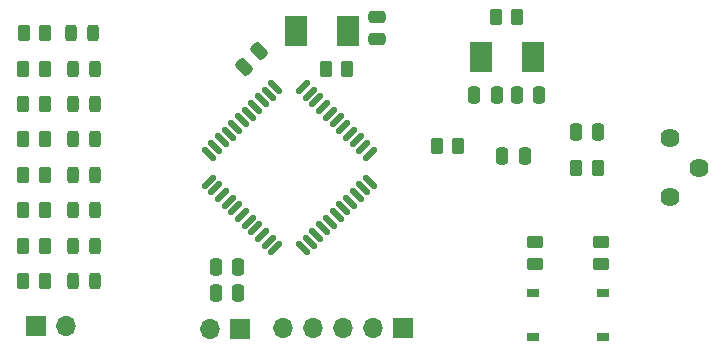
<source format=gbr>
%TF.GenerationSoftware,KiCad,Pcbnew,7.0.9*%
%TF.CreationDate,2023-11-22T23:33:49+00:00*%
%TF.ProjectId,signal_board,7369676e-616c-45f6-926f-6172642e6b69,rev?*%
%TF.SameCoordinates,Original*%
%TF.FileFunction,Soldermask,Top*%
%TF.FilePolarity,Negative*%
%FSLAX46Y46*%
G04 Gerber Fmt 4.6, Leading zero omitted, Abs format (unit mm)*
G04 Created by KiCad (PCBNEW 7.0.9) date 2023-11-22 23:33:49*
%MOMM*%
%LPD*%
G01*
G04 APERTURE LIST*
G04 Aperture macros list*
%AMRoundRect*
0 Rectangle with rounded corners*
0 $1 Rounding radius*
0 $2 $3 $4 $5 $6 $7 $8 $9 X,Y pos of 4 corners*
0 Add a 4 corners polygon primitive as box body*
4,1,4,$2,$3,$4,$5,$6,$7,$8,$9,$2,$3,0*
0 Add four circle primitives for the rounded corners*
1,1,$1+$1,$2,$3*
1,1,$1+$1,$4,$5*
1,1,$1+$1,$6,$7*
1,1,$1+$1,$8,$9*
0 Add four rect primitives between the rounded corners*
20,1,$1+$1,$2,$3,$4,$5,0*
20,1,$1+$1,$4,$5,$6,$7,0*
20,1,$1+$1,$6,$7,$8,$9,0*
20,1,$1+$1,$8,$9,$2,$3,0*%
G04 Aperture macros list end*
%ADD10R,1.900000X2.500000*%
%ADD11R,1.000000X0.750000*%
%ADD12C,1.620000*%
%ADD13RoundRect,0.250000X0.262500X0.450000X-0.262500X0.450000X-0.262500X-0.450000X0.262500X-0.450000X0*%
%ADD14RoundRect,0.250000X-0.262500X-0.450000X0.262500X-0.450000X0.262500X0.450000X-0.262500X0.450000X0*%
%ADD15RoundRect,0.250000X-0.450000X0.262500X-0.450000X-0.262500X0.450000X-0.262500X0.450000X0.262500X0*%
%ADD16R,1.700000X1.700000*%
%ADD17O,1.700000X1.700000*%
%ADD18RoundRect,0.243750X-0.243750X-0.456250X0.243750X-0.456250X0.243750X0.456250X-0.243750X0.456250X0*%
%ADD19RoundRect,0.137500X0.327037X-0.521491X0.521491X-0.327037X-0.327037X0.521491X-0.521491X0.327037X0*%
%ADD20RoundRect,0.137500X-0.327037X-0.521491X0.521491X0.327037X0.327037X0.521491X-0.521491X-0.327037X0*%
%ADD21RoundRect,0.250000X-0.159099X0.512652X-0.512652X0.159099X0.159099X-0.512652X0.512652X-0.159099X0*%
%ADD22RoundRect,0.250000X0.475000X-0.250000X0.475000X0.250000X-0.475000X0.250000X-0.475000X-0.250000X0*%
%ADD23RoundRect,0.250000X-0.250000X-0.475000X0.250000X-0.475000X0.250000X0.475000X-0.250000X0.475000X0*%
%ADD24RoundRect,0.250000X0.250000X0.475000X-0.250000X0.475000X-0.250000X-0.475000X0.250000X-0.475000X0*%
G04 APERTURE END LIST*
D10*
%TO.C,Y2*%
X79400000Y-57600000D03*
X83800000Y-57600000D03*
%TD*%
%TO.C,Y1*%
X99400000Y-59800000D03*
X95000000Y-59800000D03*
%TD*%
D11*
%TO.C,SW1*%
X99400000Y-79800000D03*
X105400000Y-79800000D03*
X99400000Y-83550000D03*
X105400000Y-83550000D03*
%TD*%
D12*
%TO.C,RV1*%
X111000000Y-66700000D03*
X113500000Y-69200000D03*
X111000000Y-71700000D03*
%TD*%
D13*
%TO.C,R14*%
X83712500Y-60800000D03*
X81887500Y-60800000D03*
%TD*%
D14*
%TO.C,R13*%
X91287500Y-67400000D03*
X93112500Y-67400000D03*
%TD*%
D13*
%TO.C,R12*%
X98112500Y-56400000D03*
X96287500Y-56400000D03*
%TD*%
D15*
%TO.C,R11*%
X99600000Y-77312500D03*
X99600000Y-75487500D03*
%TD*%
%TO.C,R10*%
X105200000Y-75487500D03*
X105200000Y-77312500D03*
%TD*%
D14*
%TO.C,R9*%
X103087500Y-69200000D03*
X104912500Y-69200000D03*
%TD*%
D13*
%TO.C,R8*%
X56287500Y-78800000D03*
X58112500Y-78800000D03*
%TD*%
%TO.C,R7*%
X58112500Y-75800000D03*
X56287500Y-75800000D03*
%TD*%
%TO.C,R6*%
X56287500Y-72800000D03*
X58112500Y-72800000D03*
%TD*%
%TO.C,R5*%
X58112500Y-69800000D03*
X56287500Y-69800000D03*
%TD*%
%TO.C,R4*%
X58112500Y-66800000D03*
X56287500Y-66800000D03*
%TD*%
%TO.C,R3*%
X58112500Y-63800000D03*
X56287500Y-63800000D03*
%TD*%
%TO.C,R2*%
X56287500Y-60800000D03*
X58112500Y-60800000D03*
%TD*%
%TO.C,R1*%
X56312500Y-57800000D03*
X58137500Y-57800000D03*
%TD*%
D16*
%TO.C,J3*%
X57350000Y-82575000D03*
D17*
X59890000Y-82575000D03*
%TD*%
%TO.C,J2*%
X72110000Y-82825000D03*
D16*
X74650000Y-82825000D03*
%TD*%
%TO.C,J1*%
X88420000Y-82800000D03*
D17*
X85880000Y-82800000D03*
X83340000Y-82800000D03*
X80800000Y-82800000D03*
X78260000Y-82800000D03*
%TD*%
D18*
%TO.C,D8*%
X62387500Y-78800000D03*
X60512500Y-78800000D03*
%TD*%
%TO.C,D7*%
X62387500Y-75800000D03*
X60512500Y-75800000D03*
%TD*%
%TO.C,D6*%
X62387500Y-72800000D03*
X60512500Y-72800000D03*
%TD*%
%TO.C,D5*%
X62387500Y-69800000D03*
X60512500Y-69800000D03*
%TD*%
%TO.C,D4*%
X62387500Y-66800000D03*
X60512500Y-66800000D03*
%TD*%
%TO.C,D3*%
X62387500Y-63800000D03*
X60512500Y-63800000D03*
%TD*%
%TO.C,D2*%
X62387500Y-60800000D03*
X60512500Y-60800000D03*
%TD*%
%TO.C,D1*%
X62187500Y-57800000D03*
X60312500Y-57800000D03*
%TD*%
D19*
%TO.C,CHIP1*%
X71967581Y-68024435D03*
X72533266Y-67458750D03*
X73098952Y-66893064D03*
X73664637Y-66327379D03*
X74230322Y-65761693D03*
X74796008Y-65196008D03*
X75361693Y-64630322D03*
X75927379Y-64064637D03*
X76493064Y-63498952D03*
X77058750Y-62933266D03*
X77624435Y-62367581D03*
D20*
X79975565Y-62367581D03*
X80541250Y-62933266D03*
X81106936Y-63498952D03*
X81672621Y-64064637D03*
X82238307Y-64630322D03*
X82803992Y-65196008D03*
X83369678Y-65761693D03*
X83935363Y-66327379D03*
X84501048Y-66893064D03*
X85066734Y-67458750D03*
X85632419Y-68024435D03*
D19*
X85632419Y-70375565D03*
X85066734Y-70941250D03*
X84501048Y-71506936D03*
X83935363Y-72072621D03*
X83369678Y-72638307D03*
X82803992Y-73203992D03*
X82238307Y-73769678D03*
X81672621Y-74335363D03*
X81106936Y-74901048D03*
X80541250Y-75466734D03*
X79975565Y-76032419D03*
D20*
X77624435Y-76032419D03*
X77058750Y-75466734D03*
X76493064Y-74901048D03*
X75927379Y-74335363D03*
X75361693Y-73769678D03*
X74796008Y-73203992D03*
X74230322Y-72638307D03*
X73664637Y-72072621D03*
X73098952Y-71506936D03*
X72533266Y-70941250D03*
X71967581Y-70375565D03*
%TD*%
D21*
%TO.C,C8*%
X76271751Y-59328249D03*
X74928249Y-60671751D03*
%TD*%
D22*
%TO.C,C7*%
X86200000Y-58300000D03*
X86200000Y-56400000D03*
%TD*%
D23*
%TO.C,C6*%
X74500000Y-77600000D03*
X72600000Y-77600000D03*
%TD*%
%TO.C,C5*%
X74500000Y-79800000D03*
X72600000Y-79800000D03*
%TD*%
%TO.C,C4*%
X98050000Y-63000000D03*
X99950000Y-63000000D03*
%TD*%
%TO.C,C3*%
X96850000Y-68200000D03*
X98750000Y-68200000D03*
%TD*%
D24*
%TO.C,C2*%
X104950000Y-66200000D03*
X103050000Y-66200000D03*
%TD*%
D23*
%TO.C,C1*%
X94450000Y-63000000D03*
X96350000Y-63000000D03*
%TD*%
M02*

</source>
